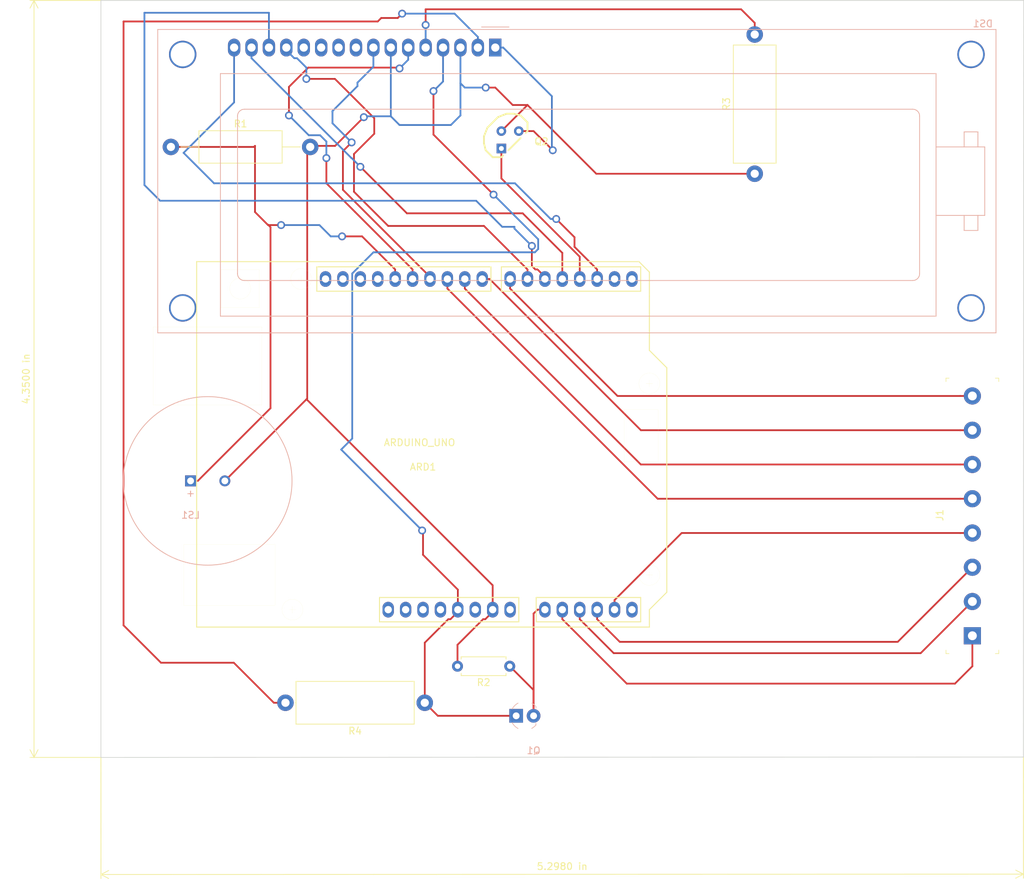
<source format=kicad_pcb>
(kicad_pcb (version 20171130) (host pcbnew "(5.1.5)-3")

  (general
    (thickness 1.6)
    (drawings 6)
    (tracks 222)
    (zones 0)
    (modules 10)
    (nets 40)
  )

  (page A4)
  (layers
    (0 F.Cu signal)
    (31 B.Cu signal)
    (32 B.Adhes user)
    (33 F.Adhes user)
    (34 B.Paste user)
    (35 F.Paste user)
    (36 B.SilkS user)
    (37 F.SilkS user)
    (38 B.Mask user)
    (39 F.Mask user)
    (40 Dwgs.User user)
    (41 Cmts.User user)
    (42 Eco1.User user)
    (43 Eco2.User user)
    (44 Edge.Cuts user)
    (45 Margin user)
    (46 B.CrtYd user)
    (47 F.CrtYd user)
    (48 B.Fab user)
    (49 F.Fab user)
  )

  (setup
    (last_trace_width 0.254)
    (user_trace_width 0.254)
    (user_trace_width 0.508)
    (user_trace_width 0.762)
    (trace_clearance 0.2286)
    (zone_clearance 0.508)
    (zone_45_only no)
    (trace_min 0.254)
    (via_size 1.143)
    (via_drill 0.7112)
    (via_min_size 1.016)
    (via_min_drill 0.508)
    (user_via 1.016 0.508)
    (user_via 1.143 0.7112)
    (uvia_size 0.3)
    (uvia_drill 0.1)
    (uvias_allowed no)
    (uvia_min_size 0.2)
    (uvia_min_drill 0.1)
    (edge_width 0.05)
    (segment_width 0.2)
    (pcb_text_width 0.3)
    (pcb_text_size 1.5 1.5)
    (mod_edge_width 0.12)
    (mod_text_size 1 1)
    (mod_text_width 0.15)
    (pad_size 1.524 1.524)
    (pad_drill 0.762)
    (pad_to_mask_clearance 0.051)
    (solder_mask_min_width 0.25)
    (aux_axis_origin 0 0)
    (visible_elements 7FFFFFFF)
    (pcbplotparams
      (layerselection 0x010fc_ffffffff)
      (usegerberextensions false)
      (usegerberattributes false)
      (usegerberadvancedattributes false)
      (creategerberjobfile false)
      (excludeedgelayer true)
      (linewidth 0.100000)
      (plotframeref false)
      (viasonmask false)
      (mode 1)
      (useauxorigin false)
      (hpglpennumber 1)
      (hpglpenspeed 20)
      (hpglpendiameter 15.000000)
      (psnegative false)
      (psa4output false)
      (plotreference true)
      (plotvalue true)
      (plotinvisibletext false)
      (padsonsilk false)
      (subtractmaskfromsilk false)
      (outputformat 1)
      (mirror false)
      (drillshape 1)
      (scaleselection 1)
      (outputdirectory ""))
  )

  (net 0 "")
  (net 1 /Speaker)
  (net 2 /RS)
  (net 3 /Enable)
  (net 4 /R0)
  (net 5 /R1)
  (net 6 /R2)
  (net 7 /R3)
  (net 8 /DB4)
  (net 9 /DB5)
  (net 10 /DB6)
  (net 11 /NPN)
  (net 12 /DB7)
  (net 13 "Net-(ARD1-Pad1)")
  (net 14 /C2)
  (net 15 /C1)
  (net 16 /C0)
  (net 17 "Net-(ARD1-PadGND3)")
  (net 18 GND)
  (net 19 "Net-(ARD1-PadA5/2)")
  (net 20 "Net-(ARD1-PadA4/2)")
  (net 21 "Net-(ARD1-PadAREF)")
  (net 22 "Net-(ARD1-Pad0)")
  (net 23 "Net-(ARD1-PadA5/1)")
  (net 24 /C3)
  (net 25 /Light)
  (net 26 "Net-(ARD1-PadVIN)")
  (net 27 "Net-(ARD1-PadGND1)")
  (net 28 +5V)
  (net 29 "Net-(ARD1-Pad3V3)")
  (net 30 "Net-(ARD1-PadRST)")
  (net 31 "Net-(ARD1-PadIREF)")
  (net 32 "Net-(ARD1-PadNC)")
  (net 33 "Net-(DS1-Pad12)")
  (net 34 "Net-(DS1-Pad11)")
  (net 35 "Net-(DS1-Pad10)")
  (net 36 "Net-(DS1-Pad9)")
  (net 37 "Net-(DS1-Pad5)")
  (net 38 "Net-(DS1-Pad2)")
  (net 39 "Net-(DS1-Pad1)")

  (net_class Default "This is the default net class."
    (clearance 0.2286)
    (trace_width 0.254)
    (via_dia 1.143)
    (via_drill 0.7112)
    (uvia_dia 0.3)
    (uvia_drill 0.1)
    (diff_pair_width 0.254)
    (diff_pair_gap 0.25)
    (add_net +5V)
    (add_net /C0)
    (add_net /C1)
    (add_net /C2)
    (add_net /C3)
    (add_net /DB4)
    (add_net /DB5)
    (add_net /DB6)
    (add_net /DB7)
    (add_net /Enable)
    (add_net /Light)
    (add_net /NPN)
    (add_net /R0)
    (add_net /R1)
    (add_net /R2)
    (add_net /R3)
    (add_net /RS)
    (add_net /Speaker)
    (add_net GND)
    (add_net "Net-(ARD1-Pad0)")
    (add_net "Net-(ARD1-Pad1)")
    (add_net "Net-(ARD1-Pad3V3)")
    (add_net "Net-(ARD1-PadA4/2)")
    (add_net "Net-(ARD1-PadA5/1)")
    (add_net "Net-(ARD1-PadA5/2)")
    (add_net "Net-(ARD1-PadAREF)")
    (add_net "Net-(ARD1-PadGND1)")
    (add_net "Net-(ARD1-PadGND3)")
    (add_net "Net-(ARD1-PadIREF)")
    (add_net "Net-(ARD1-PadNC)")
    (add_net "Net-(ARD1-PadRST)")
    (add_net "Net-(ARD1-PadVIN)")
    (add_net "Net-(DS1-Pad1)")
    (add_net "Net-(DS1-Pad10)")
    (add_net "Net-(DS1-Pad11)")
    (add_net "Net-(DS1-Pad12)")
    (add_net "Net-(DS1-Pad2)")
    (add_net "Net-(DS1-Pad5)")
    (add_net "Net-(DS1-Pad9)")
  )

  (module Resistor_THT:R_Axial_DIN0414_L11.9mm_D4.5mm_P20.32mm_Horizontal (layer F.Cu) (tedit 5AE5139B) (tstamp 5F19AF53)
    (at 68.7832 59.8932)
    (descr "Resistor, Axial_DIN0414 series, Axial, Horizontal, pin pitch=20.32mm, 2W, length*diameter=11.9*4.5mm^2, http://www.vishay.com/docs/20128/wkxwrx.pdf")
    (tags "Resistor Axial_DIN0414 series Axial Horizontal pin pitch 20.32mm 2W length 11.9mm diameter 4.5mm")
    (path /5F0C084D)
    (fp_text reference R1 (at 10.16 -3.37) (layer F.SilkS)
      (effects (font (size 1 1) (thickness 0.15)))
    )
    (fp_text value "500 ohm" (at 10.16 3.37) (layer F.Fab)
      (effects (font (size 1 1) (thickness 0.15)))
    )
    (fp_text user %R (at 10.16 0) (layer F.Fab)
      (effects (font (size 1 1) (thickness 0.15)))
    )
    (fp_line (start 21.77 -2.5) (end -1.45 -2.5) (layer F.CrtYd) (width 0.05))
    (fp_line (start 21.77 2.5) (end 21.77 -2.5) (layer F.CrtYd) (width 0.05))
    (fp_line (start -1.45 2.5) (end 21.77 2.5) (layer F.CrtYd) (width 0.05))
    (fp_line (start -1.45 -2.5) (end -1.45 2.5) (layer F.CrtYd) (width 0.05))
    (fp_line (start 18.88 0) (end 16.23 0) (layer F.SilkS) (width 0.12))
    (fp_line (start 1.44 0) (end 4.09 0) (layer F.SilkS) (width 0.12))
    (fp_line (start 16.23 -2.37) (end 4.09 -2.37) (layer F.SilkS) (width 0.12))
    (fp_line (start 16.23 2.37) (end 16.23 -2.37) (layer F.SilkS) (width 0.12))
    (fp_line (start 4.09 2.37) (end 16.23 2.37) (layer F.SilkS) (width 0.12))
    (fp_line (start 4.09 -2.37) (end 4.09 2.37) (layer F.SilkS) (width 0.12))
    (fp_line (start 20.32 0) (end 16.11 0) (layer F.Fab) (width 0.1))
    (fp_line (start 0 0) (end 4.21 0) (layer F.Fab) (width 0.1))
    (fp_line (start 16.11 -2.25) (end 4.21 -2.25) (layer F.Fab) (width 0.1))
    (fp_line (start 16.11 2.25) (end 16.11 -2.25) (layer F.Fab) (width 0.1))
    (fp_line (start 4.21 2.25) (end 16.11 2.25) (layer F.Fab) (width 0.1))
    (fp_line (start 4.21 -2.25) (end 4.21 2.25) (layer F.Fab) (width 0.1))
    (pad 2 thru_hole oval (at 20.32 0) (size 2.4 2.4) (drill 1.2) (layers *.Cu *.Mask)
      (net 18 GND))
    (pad 1 thru_hole circle (at 0 0) (size 2.4 2.4) (drill 1.2) (layers *.Cu *.Mask)
      (net 1 /Speaker))
    (model ${KISYS3DMOD}/Resistor_THT.3dshapes/R_Axial_DIN0414_L11.9mm_D4.5mm_P20.32mm_Horizontal.wrl
      (at (xyz 0 0 0))
      (scale (xyz 1 1 1))
      (rotate (xyz 0 0 0))
    )
  )

  (module Display:HY1602E (layer B.Cu) (tedit 5A02FE80) (tstamp 5F19AEF6)
    (at 116.1034 45.3898 180)
    (descr http://www.icbank.com/data/ICBShop/board/HY1602E.pdf)
    (tags "LCD 16x2 Alphanumeric 16pin")
    (path /5F074FBE)
    (fp_text reference DS1 (at -71.12 3.48) (layer B.SilkS)
      (effects (font (size 1 1) (thickness 0.15)) (justify mirror))
    )
    (fp_text value HY1602E (at -69.94 -42.6) (layer B.Fab)
      (effects (font (size 1 1) (thickness 0.15)) (justify mirror))
    )
    (fp_line (start 49.1 -41.5) (end 49.1 2.5) (layer B.Fab) (width 0.1))
    (fp_line (start -72.9 -41.5) (end 49.1 -41.5) (layer B.Fab) (width 0.1))
    (fp_line (start -72.9 2.5) (end -72.9 -41.5) (layer B.Fab) (width 0.1))
    (fp_line (start 49.1 2.5) (end 1 2.5) (layer B.Fab) (width 0.1))
    (fp_line (start 40.1 -3.8) (end 40.1 -39.2) (layer B.SilkS) (width 0.12))
    (fp_line (start -64.3 -3.8) (end 40.1 -3.8) (layer B.SilkS) (width 0.12))
    (fp_line (start -64.3 -39.2) (end -64.3 -3.8) (layer B.SilkS) (width 0.12))
    (fp_line (start 40.1 -39.2) (end -64.3 -39.2) (layer B.SilkS) (width 0.12))
    (fp_arc (start -60.9 -33) (end -60.9 -34) (angle -90) (layer B.SilkS) (width 0.12))
    (fp_arc (start -60.9 -10) (end -61.9 -10) (angle -90) (layer B.SilkS) (width 0.12))
    (fp_arc (start 36.6 -10) (end 36.6 -9) (angle -90) (layer B.SilkS) (width 0.12))
    (fp_arc (start 36.6 -33) (end 37.6 -33) (angle -90) (layer B.SilkS) (width 0.12))
    (fp_line (start -61.9 -33) (end -61.9 -10) (layer B.SilkS) (width 0.12))
    (fp_line (start -60.9 -9) (end 36.6 -9) (layer B.SilkS) (width 0.12))
    (fp_line (start 37.6 -10) (end 37.6 -33) (layer B.SilkS) (width 0.12))
    (fp_line (start 36.6 -34) (end -60.9 -34) (layer B.SilkS) (width 0.12))
    (fp_line (start -71.4 -14.5) (end -64.3 -14.5) (layer B.SilkS) (width 0.12))
    (fp_line (start -71.4 -24.5) (end -71.4 -14.5) (layer B.SilkS) (width 0.12))
    (fp_line (start -64.3 -24.5) (end -71.4 -24.5) (layer B.SilkS) (width 0.12))
    (fp_line (start -70.4 -12.3) (end -70.4 -14.5) (layer B.SilkS) (width 0.12))
    (fp_line (start -68.4 -12.3) (end -70.4 -12.3) (layer B.SilkS) (width 0.12))
    (fp_line (start -68.4 -14.5) (end -68.4 -12.3) (layer B.SilkS) (width 0.12))
    (fp_line (start -70.4 -26.7) (end -70.4 -24.5) (layer B.SilkS) (width 0.12))
    (fp_line (start -68.4 -26.7) (end -70.4 -26.7) (layer B.SilkS) (width 0.12))
    (fp_line (start -68.4 -24.5) (end -68.4 -26.7) (layer B.SilkS) (width 0.12))
    (fp_text user %R (at -14.01 -19.96) (layer B.Fab)
      (effects (font (size 1 1) (thickness 0.15)) (justify mirror))
    )
    (fp_line (start -73.15 2.75) (end 49.35 2.75) (layer B.CrtYd) (width 0.05))
    (fp_line (start -73.15 2.75) (end -73.15 -41.75) (layer B.CrtYd) (width 0.05))
    (fp_line (start 49.35 2.75) (end 49.35 -41.75) (layer B.CrtYd) (width 0.05))
    (fp_line (start -73.15 -41.75) (end 49.35 -41.75) (layer B.CrtYd) (width 0.05))
    (fp_line (start -1 2.5) (end -72.9 2.5) (layer B.Fab) (width 0.1))
    (fp_line (start 0 1.5) (end -1 2.5) (layer B.Fab) (width 0.1))
    (fp_line (start 1 2.5) (end 0 1.5) (layer B.Fab) (width 0.1))
    (fp_line (start -2 3) (end 2 3) (layer B.SilkS) (width 0.12))
    (fp_line (start -73.04 2.64) (end 49.24 2.64) (layer B.SilkS) (width 0.12))
    (fp_line (start -73.04 2.64) (end -73.04 -41.64) (layer B.SilkS) (width 0.12))
    (fp_line (start 49.24 2.64) (end 49.24 -41.64) (layer B.SilkS) (width 0.12))
    (fp_line (start 49.24 -41.64) (end -73.04 -41.64) (layer B.SilkS) (width 0.12))
    (pad "" thru_hole circle (at -69.40042 -1.00076) (size 4 4) (drill 3.5) (layers *.Cu *.Mask))
    (pad "" thru_hole circle (at -69.40042 -38.00094) (size 4 4) (drill 3.5) (layers *.Cu *.Mask))
    (pad "" thru_hole circle (at 45.60062 -1.00076) (size 4 4) (drill 3.5) (layers *.Cu *.Mask))
    (pad "" thru_hole circle (at 45.60062 -38.00094) (size 4 4) (drill 3.5) (layers *.Cu *.Mask))
    (pad 16 thru_hole oval (at 38.1 0) (size 1.8 2.6) (drill 1.2) (layers *.Cu *.Mask)
      (net 12 /DB7))
    (pad 15 thru_hole oval (at 35.56 0) (size 1.8 2.6) (drill 1.2) (layers *.Cu *.Mask)
      (net 10 /DB6))
    (pad 14 thru_hole oval (at 33.02 0) (size 1.8 2.6) (drill 1.2) (layers *.Cu *.Mask)
      (net 9 /DB5))
    (pad 13 thru_hole oval (at 30.48 0) (size 1.8 2.6) (drill 1.2) (layers *.Cu *.Mask)
      (net 8 /DB4))
    (pad 12 thru_hole oval (at 27.94 0) (size 1.8 2.6) (drill 1.2) (layers *.Cu *.Mask)
      (net 33 "Net-(DS1-Pad12)"))
    (pad 11 thru_hole oval (at 25.4 0) (size 1.8 2.6) (drill 1.2) (layers *.Cu *.Mask)
      (net 34 "Net-(DS1-Pad11)"))
    (pad 10 thru_hole oval (at 22.86 0) (size 1.8 2.6) (drill 1.2) (layers *.Cu *.Mask)
      (net 35 "Net-(DS1-Pad10)"))
    (pad 9 thru_hole oval (at 20.32 0) (size 1.8 2.6) (drill 1.2) (layers *.Cu *.Mask)
      (net 36 "Net-(DS1-Pad9)"))
    (pad 8 thru_hole oval (at 17.78 0) (size 1.8 2.6) (drill 1.2) (layers *.Cu *.Mask)
      (net 3 /Enable))
    (pad 7 thru_hole oval (at 15.24 0) (size 1.8 2.6) (drill 1.2) (layers *.Cu *.Mask)
      (net 18 GND))
    (pad 6 thru_hole oval (at 12.7 0) (size 1.8 2.6) (drill 1.2) (layers *.Cu *.Mask)
      (net 2 /RS))
    (pad 5 thru_hole oval (at 10.16 0) (size 1.8 2.6) (drill 1.2) (layers *.Cu *.Mask)
      (net 37 "Net-(DS1-Pad5)"))
    (pad 4 thru_hole oval (at 7.62 0) (size 1.8 2.6) (drill 1.2) (layers *.Cu *.Mask)
      (net 28 +5V))
    (pad 3 thru_hole oval (at 5.08 0) (size 1.8 2.6) (drill 1.2) (layers *.Cu *.Mask)
      (net 18 GND))
    (pad 2 thru_hole oval (at 2.54 0) (size 1.8 2.6) (drill 1.2) (layers *.Cu *.Mask)
      (net 38 "Net-(DS1-Pad2)"))
    (pad 1 thru_hole rect (at 0 0) (size 1.8 2.6) (drill 1.2) (layers *.Cu *.Mask)
      (net 39 "Net-(DS1-Pad1)"))
    (model ${KISYS3DMOD}/Display.3dshapes/HY1602E.wrl
      (at (xyz 0 0 0))
      (scale (xyz 1 1 1))
      (rotate (xyz 0 0 0))
    )
  )

  (module Resistor_THT:R_Axial_DIN0617_L17.0mm_D6.0mm_P20.32mm_Horizontal (layer F.Cu) (tedit 5AE5139B) (tstamp 5F19BB39)
    (at 105.8164 141.0208 180)
    (descr "Resistor, Axial_DIN0617 series, Axial, Horizontal, pin pitch=20.32mm, 2W, length*diameter=17*6mm^2, http://www.vishay.com/docs/20128/wkxwrx.pdf")
    (tags "Resistor Axial_DIN0617 series Axial Horizontal pin pitch 20.32mm 2W length 17mm diameter 6mm")
    (path /5F072C8D)
    (fp_text reference R4 (at 10.16 -4.12) (layer F.SilkS)
      (effects (font (size 1 1) (thickness 0.15)))
    )
    (fp_text value "220 ohm" (at 10.16 4.12) (layer F.Fab)
      (effects (font (size 1 1) (thickness 0.15)))
    )
    (fp_text user %R (at 10.16 0) (layer F.Fab)
      (effects (font (size 1 1) (thickness 0.15)))
    )
    (fp_line (start 21.77 -3.25) (end -1.45 -3.25) (layer F.CrtYd) (width 0.05))
    (fp_line (start 21.77 3.25) (end 21.77 -3.25) (layer F.CrtYd) (width 0.05))
    (fp_line (start -1.45 3.25) (end 21.77 3.25) (layer F.CrtYd) (width 0.05))
    (fp_line (start -1.45 -3.25) (end -1.45 3.25) (layer F.CrtYd) (width 0.05))
    (fp_line (start 18.88 0) (end 18.78 0) (layer F.SilkS) (width 0.12))
    (fp_line (start 1.44 0) (end 1.54 0) (layer F.SilkS) (width 0.12))
    (fp_line (start 18.78 -3.12) (end 1.54 -3.12) (layer F.SilkS) (width 0.12))
    (fp_line (start 18.78 3.12) (end 18.78 -3.12) (layer F.SilkS) (width 0.12))
    (fp_line (start 1.54 3.12) (end 18.78 3.12) (layer F.SilkS) (width 0.12))
    (fp_line (start 1.54 -3.12) (end 1.54 3.12) (layer F.SilkS) (width 0.12))
    (fp_line (start 20.32 0) (end 18.66 0) (layer F.Fab) (width 0.1))
    (fp_line (start 0 0) (end 1.66 0) (layer F.Fab) (width 0.1))
    (fp_line (start 18.66 -3) (end 1.66 -3) (layer F.Fab) (width 0.1))
    (fp_line (start 18.66 3) (end 18.66 -3) (layer F.Fab) (width 0.1))
    (fp_line (start 1.66 3) (end 18.66 3) (layer F.Fab) (width 0.1))
    (fp_line (start 1.66 -3) (end 1.66 3) (layer F.Fab) (width 0.1))
    (pad 2 thru_hole oval (at 20.32 0 180) (size 2.4 2.4) (drill 1.2) (layers *.Cu *.Mask)
      (net 38 "Net-(DS1-Pad2)"))
    (pad 1 thru_hole circle (at 0 0 180) (size 2.4 2.4) (drill 1.2) (layers *.Cu *.Mask)
      (net 28 +5V))
    (model ${KISYS3DMOD}/Resistor_THT.3dshapes/R_Axial_DIN0617_L17.0mm_D6.0mm_P20.32mm_Horizontal.wrl
      (at (xyz 0 0 0))
      (scale (xyz 1 1 1))
      (rotate (xyz 0 0 0))
    )
  )

  (module Resistor_THT:R_Axial_DIN0617_L17.0mm_D6.0mm_P20.32mm_Horizontal (layer F.Cu) (tedit 5AE5139B) (tstamp 5F19AF81)
    (at 153.9494 63.8048 90)
    (descr "Resistor, Axial_DIN0617 series, Axial, Horizontal, pin pitch=20.32mm, 2W, length*diameter=17*6mm^2, http://www.vishay.com/docs/20128/wkxwrx.pdf")
    (tags "Resistor Axial_DIN0617 series Axial Horizontal pin pitch 20.32mm 2W length 17mm diameter 6mm")
    (path /5F0726B9)
    (fp_text reference R3 (at 10.16 -4.12 90) (layer F.SilkS)
      (effects (font (size 1 1) (thickness 0.15)))
    )
    (fp_text value "220 ohm" (at 10.16 4.12 90) (layer F.Fab)
      (effects (font (size 1 1) (thickness 0.15)))
    )
    (fp_text user %R (at 10.16 0 90) (layer F.Fab)
      (effects (font (size 1 1) (thickness 0.15)))
    )
    (fp_line (start 21.77 -3.25) (end -1.45 -3.25) (layer F.CrtYd) (width 0.05))
    (fp_line (start 21.77 3.25) (end 21.77 -3.25) (layer F.CrtYd) (width 0.05))
    (fp_line (start -1.45 3.25) (end 21.77 3.25) (layer F.CrtYd) (width 0.05))
    (fp_line (start -1.45 -3.25) (end -1.45 3.25) (layer F.CrtYd) (width 0.05))
    (fp_line (start 18.88 0) (end 18.78 0) (layer F.SilkS) (width 0.12))
    (fp_line (start 1.44 0) (end 1.54 0) (layer F.SilkS) (width 0.12))
    (fp_line (start 18.78 -3.12) (end 1.54 -3.12) (layer F.SilkS) (width 0.12))
    (fp_line (start 18.78 3.12) (end 18.78 -3.12) (layer F.SilkS) (width 0.12))
    (fp_line (start 1.54 3.12) (end 18.78 3.12) (layer F.SilkS) (width 0.12))
    (fp_line (start 1.54 -3.12) (end 1.54 3.12) (layer F.SilkS) (width 0.12))
    (fp_line (start 20.32 0) (end 18.66 0) (layer F.Fab) (width 0.1))
    (fp_line (start 0 0) (end 1.66 0) (layer F.Fab) (width 0.1))
    (fp_line (start 18.66 -3) (end 1.66 -3) (layer F.Fab) (width 0.1))
    (fp_line (start 18.66 3) (end 18.66 -3) (layer F.Fab) (width 0.1))
    (fp_line (start 1.66 3) (end 18.66 3) (layer F.Fab) (width 0.1))
    (fp_line (start 1.66 -3) (end 1.66 3) (layer F.Fab) (width 0.1))
    (pad 2 thru_hole oval (at 20.32 0 90) (size 2.4 2.4) (drill 1.2) (layers *.Cu *.Mask)
      (net 37 "Net-(DS1-Pad5)"))
    (pad 1 thru_hole circle (at 0 0 90) (size 2.4 2.4) (drill 1.2) (layers *.Cu *.Mask)
      (net 18 GND))
    (model ${KISYS3DMOD}/Resistor_THT.3dshapes/R_Axial_DIN0617_L17.0mm_D6.0mm_P20.32mm_Horizontal.wrl
      (at (xyz 0 0 0))
      (scale (xyz 1 1 1))
      (rotate (xyz 0 0 0))
    )
  )

  (module Resistor_THT:R_Axial_DIN0207_L6.3mm_D2.5mm_P7.62mm_Horizontal (layer F.Cu) (tedit 5AE5139B) (tstamp 5F19AF6A)
    (at 118.2116 135.6868 180)
    (descr "Resistor, Axial_DIN0207 series, Axial, Horizontal, pin pitch=7.62mm, 0.25W = 1/4W, length*diameter=6.3*2.5mm^2, http://cdn-reichelt.de/documents/datenblatt/B400/1_4W%23YAG.pdf")
    (tags "Resistor Axial_DIN0207 series Axial Horizontal pin pitch 7.62mm 0.25W = 1/4W length 6.3mm diameter 2.5mm")
    (path /5F0839CD)
    (fp_text reference R2 (at 3.81 -2.37) (layer F.SilkS)
      (effects (font (size 1 1) (thickness 0.15)))
    )
    (fp_text value "2000 ohm" (at 3.81 2.37) (layer F.Fab)
      (effects (font (size 1 1) (thickness 0.15)))
    )
    (fp_line (start 8.67 -1.5) (end -1.05 -1.5) (layer F.CrtYd) (width 0.05))
    (fp_line (start 8.67 1.5) (end 8.67 -1.5) (layer F.CrtYd) (width 0.05))
    (fp_line (start -1.05 1.5) (end 8.67 1.5) (layer F.CrtYd) (width 0.05))
    (fp_line (start -1.05 -1.5) (end -1.05 1.5) (layer F.CrtYd) (width 0.05))
    (fp_line (start 7.08 1.37) (end 7.08 1.04) (layer F.SilkS) (width 0.12))
    (fp_line (start 0.54 1.37) (end 7.08 1.37) (layer F.SilkS) (width 0.12))
    (fp_line (start 0.54 1.04) (end 0.54 1.37) (layer F.SilkS) (width 0.12))
    (fp_line (start 7.08 -1.37) (end 7.08 -1.04) (layer F.SilkS) (width 0.12))
    (fp_line (start 0.54 -1.37) (end 7.08 -1.37) (layer F.SilkS) (width 0.12))
    (fp_line (start 0.54 -1.04) (end 0.54 -1.37) (layer F.SilkS) (width 0.12))
    (fp_line (start 7.62 0) (end 6.96 0) (layer F.Fab) (width 0.1))
    (fp_line (start 0 0) (end 0.66 0) (layer F.Fab) (width 0.1))
    (fp_line (start 6.96 -1.25) (end 0.66 -1.25) (layer F.Fab) (width 0.1))
    (fp_line (start 6.96 1.25) (end 6.96 -1.25) (layer F.Fab) (width 0.1))
    (fp_line (start 0.66 1.25) (end 6.96 1.25) (layer F.Fab) (width 0.1))
    (fp_line (start 0.66 -1.25) (end 0.66 1.25) (layer F.Fab) (width 0.1))
    (pad 2 thru_hole oval (at 7.62 0 180) (size 1.6 1.6) (drill 0.8) (layers *.Cu *.Mask)
      (net 18 GND))
    (pad 1 thru_hole circle (at 0 0 180) (size 1.6 1.6) (drill 0.8) (layers *.Cu *.Mask)
      (net 25 /Light))
    (model ${KISYS3DMOD}/Resistor_THT.3dshapes/R_Axial_DIN0207_L6.3mm_D2.5mm_P7.62mm_Horizontal.wrl
      (at (xyz 0 0 0))
      (scale (xyz 1 1 1))
      (rotate (xyz 0 0 0))
    )
  )

  (module ECE:TO92 (layer F.Cu) (tedit 5AEB4F23) (tstamp 5F19AF44)
    (at 118.2624 58.8518)
    (descr "Transistor TO92")
    (tags "TR TO92")
    (path /5F07008B)
    (fp_text reference Q2 (at 4.572 0.254) (layer F.SilkS)
      (effects (font (size 1.016 1.016) (thickness 0.1524)))
    )
    (fp_text value Q_NPN_BCE (at 2.413 2.032) (layer F.Fab)
      (effects (font (size 1.016 1.016) (thickness 0.1524)))
    )
    (fp_line (start -1.016 2.286) (end -1.27 2.54) (layer F.SilkS) (width 0.25))
    (fp_line (start 1.524 -0.254) (end -0.254 1.524) (layer F.SilkS) (width 0.25))
    (fp_line (start 2.54 -1.27) (end 2.286 -1.016) (layer F.SilkS) (width 0.25))
    (fp_line (start -2.54 2.54) (end -1.27 2.54) (layer F.SilkS) (width 0.254))
    (fp_line (start 2.54 -1.27) (end 2.54 -2.54) (layer F.SilkS) (width 0.254))
    (fp_line (start -3.81 -0.508) (end -3.302 -1.778) (layer F.SilkS) (width 0.254))
    (fp_line (start -1.778 -3.302) (end -0.508 -3.81) (layer F.SilkS) (width 0.254))
    (fp_line (start -1.778 -3.302) (end -3.302 -1.778) (layer F.SilkS) (width 0.254))
    (fp_line (start 0.508 -3.81) (end 1.524 -3.556) (layer F.SilkS) (width 0.254))
    (fp_line (start -0.508 -3.81) (end 0.508 -3.81) (layer F.SilkS) (width 0.254))
    (fp_line (start -3.81 0.508) (end -3.556 1.524) (layer F.SilkS) (width 0.254))
    (fp_line (start -3.81 -0.508) (end -3.81 0.508) (layer F.SilkS) (width 0.254))
    (fp_line (start 1.524 -3.556) (end 2.54 -2.54) (layer F.SilkS) (width 0.254))
    (fp_line (start -3.556 1.524) (end -2.54 2.54) (layer F.SilkS) (width 0.254))
    (pad 3 thru_hole circle (at 1.27 -1.27) (size 1.397 1.397) (drill 0.7112) (layers *.Cu *.Mask)
      (net 39 "Net-(DS1-Pad1)"))
    (pad 2 thru_hole circle (at -1.27 -1.27) (size 1.397 1.397) (drill 0.7112) (layers *.Cu *.Mask)
      (net 18 GND))
    (pad 1 thru_hole rect (at -1.27 1.27) (size 1.397 1.397) (drill 0.7112) (layers *.Cu *.Mask)
      (net 11 /NPN))
    (model discret/to98.wrl
      (at (xyz 0 0 0))
      (scale (xyz 1 1 1))
      (rotate (xyz 0 0 0))
    )
  )

  (module digikey-footprints:LED_3mm_Radial (layer B.Cu) (tedit 5B1990B7) (tstamp 5F19BAAA)
    (at 121.6914 142.9258)
    (descr http://optoelectronics.liteon.com/upload/download/DS20-2000-343/1CHKxKNN.pdf)
    (path /5F1C192D)
    (fp_text reference Q1 (at 0 5.08) (layer B.SilkS)
      (effects (font (size 1 1) (thickness 0.15)) (justify mirror))
    )
    (fp_text value PT480E00000F (at 0 -5.08) (layer B.Fab)
      (effects (font (size 1 1) (thickness 0.15)) (justify mirror))
    )
    (fp_text user %R (at -1.27 0) (layer B.Fab)
      (effects (font (size 0.75 0.75) (thickness 0.1)) (justify mirror))
    )
    (fp_arc (start -1.27 0) (end 0.23 1.3) (angle 278.1712365) (layer B.Fab) (width 0.1))
    (fp_line (start 0.23 1.3) (end 0.23 -1.3) (layer B.Fab) (width 0.1))
    (fp_arc (start -1.27 0) (end 0.33 1.35) (angle 21.45098095) (layer B.SilkS) (width 0.1))
    (fp_arc (start -1.27 0) (end -0.27 -1.85) (angle 21.45098095) (layer B.SilkS) (width 0.1))
    (fp_arc (start -1.27 0) (end -2.27 1.85) (angle 33.21396116) (layer B.SilkS) (width 0.1))
    (fp_arc (start -1.27 0) (end -3.12 -1) (angle 33.21396116) (layer B.SilkS) (width 0.1))
    (fp_line (start 0.33 -1.35) (end 0.33 -1.1) (layer B.SilkS) (width 0.1))
    (fp_line (start 0.33 1.35) (end 0.33 1.1) (layer B.SilkS) (width 0.1))
    (fp_circle (center -1.27 0) (end 1.38 0) (layer B.CrtYd) (width 0.05))
    (pad 1 thru_hole rect (at -2.54 0) (size 2 2) (drill 1) (layers *.Cu *.Mask)
      (net 28 +5V))
    (pad 2 thru_hole circle (at 0 0) (size 2 2) (drill 1) (layers *.Cu *.Mask)
      (net 25 /Light))
  )

  (module ECE:Piezo_Buzzer_5mmPins_WL (layer B.Cu) (tedit 5F023518) (tstamp 5F19AF1F)
    (at 71.6534 108.6358)
    (descr "Buzzer, Elektromagnetic Beeper, Summer, 6V-DC,")
    (tags "Pro Signal ABI-009-RC ")
    (path /5F0BE1D6)
    (fp_text reference LS1 (at 0 5) (layer B.SilkS)
      (effects (font (size 1 1) (thickness 0.15)) (justify mirror))
    )
    (fp_text value Speaker (at 3.8 -5) (layer B.Fab)
      (effects (font (size 1 1) (thickness 0.15)) (justify mirror))
    )
    (fp_text user %R (at 0 5) (layer B.Fab)
      (effects (font (size 1 1) (thickness 0.15)) (justify mirror))
    )
    (fp_text user + (at 0 1.8) (layer B.Fab)
      (effects (font (size 1 1) (thickness 0.15)) (justify mirror))
    )
    (fp_text user + (at 0 1.8) (layer B.SilkS)
      (effects (font (size 1 1) (thickness 0.15)) (justify mirror))
    )
    (fp_circle (center 2.5 0) (end 14.8 0) (layer B.SilkS) (width 0.12))
    (fp_circle (center 2.5 0) (end 14.7 0) (layer B.Fab) (width 0.1))
    (fp_circle (center 2.5 0) (end 14.9 0) (layer B.CrtYd) (width 0.05))
    (pad 2 thru_hole circle (at 5 0) (size 1.6 1.6) (drill 1) (layers *.Cu *.Mask)
      (net 18 GND))
    (pad 1 thru_hole rect (at 0 0) (size 1.6 1.6) (drill 1) (layers *.Cu *.Mask)
      (net 1 /Speaker))
    (model ${KISYS3DMOD}/Buzzer_Beeper.3dshapes/MagneticBuzzer_ProSignal_ABI-009-RC.wrl
      (at (xyz 0 0 0))
      (scale (xyz 1 1 1))
      (rotate (xyz 0 0 0))
    )
  )

  (module digikey-footprints:Term_Block_1x8_P5mm (layer F.Cu) (tedit 5D419A2F) (tstamp 5F19AF13)
    (at 185.6994 131.2418 90)
    (descr http://www.on-shore.com/wp-content/uploads/2015/09/osttcxx0162.pdf)
    (path /5F1A3655)
    (fp_text reference J1 (at 17.6 -4.75 270) (layer F.SilkS)
      (effects (font (size 1 1) (thickness 0.15)))
    )
    (fp_text value OSTTC080162 (at 18.55 5.15 270) (layer F.Fab)
      (effects (font (size 1 1) (thickness 0.15)))
    )
    (fp_line (start -2.5 -3.75) (end -2.5 3.75) (layer F.Fab) (width 0.1))
    (fp_line (start -2.75 -4) (end -2.75 4) (layer F.CrtYd) (width 0.05))
    (fp_line (start 37.5 -3.75) (end -2.5 -3.75) (layer F.Fab) (width 0.1))
    (fp_line (start 37.5 3.75) (end -2.5 3.75) (layer F.Fab) (width 0.1))
    (fp_line (start 37.5 -3.75) (end 37.5 3.75) (layer F.Fab) (width 0.1))
    (fp_line (start -2.75 4) (end 37.75 4) (layer F.CrtYd) (width 0.05))
    (fp_line (start 37.75 -4) (end 37.75 4) (layer F.CrtYd) (width 0.05))
    (fp_line (start -2.75 -4) (end 37.75 -4) (layer F.CrtYd) (width 0.05))
    (fp_line (start 37.6 -3.85) (end 37.1 -3.85) (layer F.SilkS) (width 0.1))
    (fp_line (start 37.6 -3.85) (end 37.6 -3.4) (layer F.SilkS) (width 0.1))
    (fp_line (start -2.6 -3.85) (end -2.6 -3.4) (layer F.SilkS) (width 0.1))
    (fp_line (start -2.6 -3.85) (end -2.1 -3.85) (layer F.SilkS) (width 0.1))
    (fp_line (start -2.6 3.85) (end -2.1 3.85) (layer F.SilkS) (width 0.1))
    (fp_line (start -2.6 3.85) (end -2.6 3.35) (layer F.SilkS) (width 0.1))
    (fp_line (start 37.6 3.85) (end 37.6 3.35) (layer F.SilkS) (width 0.1))
    (fp_line (start 37.6 3.85) (end 37.1 3.85) (layer F.SilkS) (width 0.1))
    (fp_text user %R (at 17.55 0.05 270) (layer F.Fab)
      (effects (font (size 1 1) (thickness 0.15)))
    )
    (pad 8 thru_hole circle (at 35 0 90) (size 2.5 2.5) (drill 1.3) (layers *.Cu *.Mask)
      (net 24 /C3))
    (pad 7 thru_hole circle (at 30 0 90) (size 2.5 2.5) (drill 1.3) (layers *.Cu *.Mask)
      (net 14 /C2))
    (pad 6 thru_hole circle (at 25 0 90) (size 2.5 2.5) (drill 1.3) (layers *.Cu *.Mask)
      (net 15 /C1))
    (pad 5 thru_hole circle (at 20 0 90) (size 2.5 2.5) (drill 1.3) (layers *.Cu *.Mask)
      (net 16 /C0))
    (pad 4 thru_hole circle (at 15 0 90) (size 2.5 2.5) (drill 1.3) (layers *.Cu *.Mask)
      (net 7 /R3))
    (pad 3 thru_hole circle (at 10 0 90) (size 2.5 2.5) (drill 1.3) (layers *.Cu *.Mask)
      (net 6 /R2))
    (pad 2 thru_hole circle (at 5 0 90) (size 2.5 2.5) (drill 1.3) (layers *.Cu *.Mask)
      (net 5 /R1))
    (pad 1 thru_hole rect (at 0 0 90) (size 2.5 2.5) (drill 1.3) (layers *.Cu *.Mask)
      (net 4 /R0))
  )

  (module ECE:ARD_UNO (layer F.Cu) (tedit 5D018F59) (tstamp 5F19C0F6)
    (at 105.5624 104.5718)
    (path /5F06BEAA)
    (fp_text reference ARD1 (at 0 2.032) (layer F.SilkS)
      (effects (font (size 1 1) (thickness 0.15)))
    )
    (fp_text value ARDUINO_UNO (at -0.508 -1.524) (layer F.SilkS)
      (effects (font (size 1 1) (thickness 0.15)))
    )
    (fp_line (start 9.906 -27.178) (end 9.906 -23.622) (layer F.SilkS) (width 0.15))
    (fp_line (start 9.906 -23.622) (end -15.494 -23.622) (layer F.SilkS) (width 0.15))
    (fp_line (start -15.494 -23.622) (end -15.494 -27.178) (layer F.SilkS) (width 0.15))
    (fp_line (start -15.494 -27.178) (end 9.906 -27.178) (layer F.SilkS) (width 0.15))
    (fp_line (start 31.75 -27.178) (end 11.43 -27.178) (layer F.SilkS) (width 0.15))
    (fp_line (start 11.43 -27.178) (end 11.43 -23.622) (layer F.SilkS) (width 0.15))
    (fp_line (start 11.43 -23.622) (end 31.75 -23.622) (layer F.SilkS) (width 0.15))
    (fp_line (start 31.75 -23.622) (end 31.75 -27.178) (layer F.SilkS) (width 0.15))
    (fp_line (start 13.97 21.082) (end 13.97 24.638) (layer F.SilkS) (width 0.15))
    (fp_line (start 13.97 24.638) (end -6.35 24.638) (layer F.SilkS) (width 0.15))
    (fp_line (start -6.35 24.638) (end -6.35 21.082) (layer F.SilkS) (width 0.15))
    (fp_line (start -6.35 21.082) (end 13.97 21.082) (layer F.SilkS) (width 0.15))
    (fp_line (start 16.51 21.082) (end 16.51 24.638) (layer F.SilkS) (width 0.15))
    (fp_line (start 16.51 24.638) (end 31.75 24.638) (layer F.SilkS) (width 0.15))
    (fp_line (start 31.75 24.638) (end 31.75 21.082) (layer F.SilkS) (width 0.15))
    (fp_line (start 31.75 21.082) (end 16.51 21.082) (layer F.SilkS) (width 0.15))
    (fp_line (start -29.464 -26.797) (end -23.876 -26.797) (layer F.SilkS) (width 0.01))
    (fp_line (start -23.876 -26.797) (end -23.876 -21.209) (layer F.SilkS) (width 0.01))
    (fp_line (start -23.876 -21.209) (end -29.464 -21.209) (layer F.SilkS) (width 0.01))
    (fp_line (start -29.464 -21.209) (end -29.464 -26.797) (layer F.SilkS) (width 0.01))
    (fp_circle (center -26.67 -24.003) (end -28.194 -24.003) (layer F.SilkS) (width 0.01))
    (fp_line (start -33.02 -27.94) (end 31.496 -27.94) (layer F.SilkS) (width 0.15))
    (fp_line (start 31.496 -27.94) (end 33.02 -26.416) (layer F.SilkS) (width 0.15))
    (fp_line (start 33.02 -26.416) (end 33.02 -22.86) (layer F.SilkS) (width 0.15))
    (fp_line (start 33.02 -22.86) (end 33.02 -14.986) (layer F.SilkS) (width 0.15))
    (fp_line (start 33.02 -14.986) (end 35.56 -12.446) (layer F.SilkS) (width 0.15))
    (fp_line (start 35.56 -12.446) (end 35.56 20.32) (layer F.SilkS) (width 0.15))
    (fp_line (start 35.56 20.32) (end 33.02 22.86) (layer F.SilkS) (width 0.15))
    (fp_line (start 33.02 22.86) (end 33.02 25.4) (layer F.SilkS) (width 0.15))
    (fp_line (start 33.02 25.4) (end -33.02 25.4) (layer F.SilkS) (width 0.15))
    (fp_line (start -33.02 25.4) (end -33.02 -27.94) (layer F.SilkS) (width 0.15))
    (fp_line (start -21.59 22.225) (end -21.59 13.335) (layer F.SilkS) (width 0.01))
    (fp_line (start -21.59 13.335) (end -34.925 13.335) (layer F.SilkS) (width 0.01))
    (fp_line (start -34.925 13.335) (end -34.925 22.225) (layer F.SilkS) (width 0.01))
    (fp_line (start -34.925 22.225) (end -21.59 22.225) (layer F.SilkS) (width 0.01))
    (fp_line (start -23.495 -18.415) (end -39.37 -18.415) (layer F.SilkS) (width 0.01))
    (fp_line (start -39.37 -18.415) (end -39.37 -6.985) (layer F.SilkS) (width 0.01))
    (fp_line (start -39.37 -6.985) (end -23.495 -6.985) (layer F.SilkS) (width 0.01))
    (fp_line (start -23.495 -6.985) (end -23.495 -18.415) (layer F.SilkS) (width 0.01))
    (fp_line (start 29.337 -6.35) (end 34.29 -6.35) (layer F.SilkS) (width 0.01))
    (fp_line (start 34.29 -6.35) (end 34.29 1.27) (layer F.SilkS) (width 0.01))
    (fp_line (start 34.29 1.27) (end 29.337 1.27) (layer F.SilkS) (width 0.01))
    (fp_line (start 29.337 1.27) (end 29.337 -6.35) (layer F.SilkS) (width 0.01))
    (fp_line (start 32.512 -10.16) (end 33.528 -10.16) (layer F.SilkS) (width 0.01))
    (fp_line (start 33.02 -10.668) (end 33.02 -9.652) (layer F.SilkS) (width 0.01))
    (fp_circle (center 33.02 -10.16) (end 34.544 -10.16) (layer F.SilkS) (width 0.01))
    (fp_line (start 32.512 17.78) (end 33.528 17.78) (layer F.SilkS) (width 0.01))
    (fp_line (start 33.02 17.272) (end 33.02 18.288) (layer F.SilkS) (width 0.01))
    (fp_circle (center 33.02 17.78) (end 34.544 17.78) (layer F.SilkS) (width 0.01))
    (fp_line (start -19.558 22.86) (end -18.542 22.86) (layer F.SilkS) (width 0.01))
    (fp_line (start -19.05 22.352) (end -19.05 23.368) (layer F.SilkS) (width 0.01))
    (fp_circle (center -19.05 22.86) (end -17.526 22.86) (layer F.SilkS) (width 0.01))
    (fp_line (start -18.288 -25.4) (end -17.272 -25.4) (layer F.SilkS) (width 0.01))
    (fp_line (start -17.78 -25.908) (end -17.78 -24.892) (layer F.SilkS) (width 0.01))
    (fp_circle (center -17.78 -25.4) (end -16.256 -25.4) (layer F.SilkS) (width 0.01))
    (pad 13 thru_hole oval (at -4.064 -25.4) (size 1.651 2.286) (drill 1.0668) (layers *.Cu *.Mask)
      (net 1 /Speaker))
    (pad 12 thru_hole oval (at -1.524 -25.4) (size 1.651 2.286) (drill 1.0668) (layers *.Cu *.Mask)
      (net 2 /RS))
    (pad 11 thru_hole oval (at 1.016 -25.4) (size 1.651 2.286) (drill 1.0668) (layers *.Cu *.Mask)
      (net 3 /Enable))
    (pad 10 thru_hole oval (at 3.556 -25.4) (size 1.651 2.286) (drill 1.0668) (layers *.Cu *.Mask)
      (net 16 /C0))
    (pad 9 thru_hole oval (at 6.096 -25.4) (size 1.651 2.286) (drill 1.0668) (layers *.Cu *.Mask)
      (net 15 /C1))
    (pad 8 thru_hole oval (at 8.636 -25.4) (size 1.651 2.286) (drill 1.0668) (layers *.Cu *.Mask)
      (net 14 /C2))
    (pad 7 thru_hole oval (at 12.7 -25.4) (size 1.651 2.286) (drill 1.0668) (layers *.Cu *.Mask)
      (net 24 /C3))
    (pad 6 thru_hole oval (at 15.24 -25.4) (size 1.651 2.286) (drill 1.0668) (layers *.Cu *.Mask)
      (net 8 /DB4))
    (pad 5 thru_hole oval (at 17.78 -25.4) (size 1.651 2.286) (drill 1.0668) (layers *.Cu *.Mask)
      (net 9 /DB5))
    (pad 4 thru_hole oval (at 20.32 -25.4) (size 1.651 2.286) (drill 1.0668) (layers *.Cu *.Mask)
      (net 10 /DB6))
    (pad 3 thru_hole oval (at 22.86 -25.4) (size 1.651 2.286) (drill 1.0668) (layers *.Cu *.Mask)
      (net 11 /NPN))
    (pad 2 thru_hole oval (at 25.4 -25.4) (size 1.651 2.286) (drill 1.0668) (layers *.Cu *.Mask)
      (net 12 /DB7))
    (pad 1 thru_hole oval (at 27.94 -25.4) (size 1.651 2.286) (drill 1.0668) (layers *.Cu *.Mask)
      (net 13 "Net-(ARD1-Pad1)"))
    (pad A3 thru_hole oval (at 25.4 22.86) (size 1.651 2.286) (drill 1.0668) (layers *.Cu *.Mask)
      (net 6 /R2))
    (pad A2 thru_hole oval (at 22.86 22.86) (size 1.651 2.286) (drill 1.0668) (layers *.Cu *.Mask)
      (net 5 /R1))
    (pad A1 thru_hole oval (at 20.32 22.86) (size 1.651 2.286) (drill 1.0668) (layers *.Cu *.Mask)
      (net 4 /R0))
    (pad GND3 thru_hole oval (at -6.604 -25.4) (size 1.651 2.286) (drill 1.0668) (layers *.Cu *.Mask)
      (net 17 "Net-(ARD1-PadGND3)"))
    (pad GND2 thru_hole oval (at 10.16 22.86) (size 1.651 2.286) (drill 1.0668) (layers *.Cu *.Mask)
      (net 18 GND))
    (pad A5/2 thru_hole oval (at -14.224 -25.4) (size 1.651 2.286) (drill 1.0668) (layers *.Cu *.Mask)
      (net 19 "Net-(ARD1-PadA5/2)"))
    (pad A4/2 thru_hole oval (at -11.684 -25.4) (size 1.651 2.286) (drill 1.0668) (layers *.Cu *.Mask)
      (net 20 "Net-(ARD1-PadA4/2)"))
    (pad AREF thru_hole oval (at -9.144 -25.4) (size 1.651 2.286) (drill 1.0668) (layers *.Cu *.Mask)
      (net 21 "Net-(ARD1-PadAREF)"))
    (pad 0 thru_hole oval (at 30.48 -25.4) (size 1.651 2.286) (drill 1.0668) (layers *.Cu *.Mask)
      (net 22 "Net-(ARD1-Pad0)"))
    (pad A5/1 thru_hole oval (at 30.48 22.86) (size 1.651 2.286) (drill 1.0668) (layers *.Cu *.Mask)
      (net 23 "Net-(ARD1-PadA5/1)"))
    (pad A4/1 thru_hole oval (at 27.94 22.86) (size 1.651 2.286) (drill 1.0668) (layers *.Cu *.Mask)
      (net 7 /R3))
    (pad A0 thru_hole oval (at 17.78 22.86) (size 1.651 2.286) (drill 1.0668) (layers *.Cu *.Mask)
      (net 25 /Light))
    (pad VIN thru_hole oval (at 12.7 22.86) (size 1.651 2.286) (drill 1.0668) (layers *.Cu *.Mask)
      (net 26 "Net-(ARD1-PadVIN)"))
    (pad GND1 thru_hole oval (at 7.62 22.86) (size 1.651 2.286) (drill 1.0668) (layers *.Cu *.Mask)
      (net 27 "Net-(ARD1-PadGND1)"))
    (pad 5V thru_hole oval (at 5.08 22.86) (size 1.651 2.286) (drill 1.0668) (layers *.Cu *.Mask)
      (net 28 +5V))
    (pad 3V3 thru_hole oval (at 2.54 22.86) (size 1.651 2.286) (drill 1.0668) (layers *.Cu *.Mask)
      (net 29 "Net-(ARD1-Pad3V3)"))
    (pad RST thru_hole oval (at 0 22.86) (size 1.651 2.286) (drill 1.0668) (layers *.Cu *.Mask)
      (net 30 "Net-(ARD1-PadRST)"))
    (pad IREF thru_hole oval (at -2.54 22.86) (size 1.651 2.286) (drill 1.0668) (layers *.Cu *.Mask)
      (net 31 "Net-(ARD1-PadIREF)"))
    (pad NC thru_hole oval (at -5.08 22.86) (size 1.651 2.286) (drill 1.0668) (layers *.Cu *.Mask)
      (net 32 "Net-(ARD1-PadNC)"))
    (model "/home/rob/Desktop/ECE Kicad Libraries/ECE.3D/arduino_header.wrl"
      (offset (xyz 0 1.3 0))
      (scale (xyz 1 1 1))
      (rotate (xyz 0 0 0))
    )
  )

  (dimension 110.49 (width 0.12) (layer F.SilkS)
    (gr_text "4.3500 in" (at 47.5488 93.7514 90) (layer F.SilkS)
      (effects (font (size 1 1) (thickness 0.15)))
    )
    (feature1 (pts (xy 58.5724 38.5064) (xy 48.232379 38.5064)))
    (feature2 (pts (xy 58.5724 148.9964) (xy 48.232379 148.9964)))
    (crossbar (pts (xy 48.8188 148.9964) (xy 48.8188 38.5064)))
    (arrow1a (pts (xy 48.8188 38.5064) (xy 49.405221 39.632904)))
    (arrow1b (pts (xy 48.8188 38.5064) (xy 48.232379 39.632904)))
    (arrow2a (pts (xy 48.8188 148.9964) (xy 49.405221 147.869896)))
    (arrow2b (pts (xy 48.8188 148.9964) (xy 48.232379 147.869896)))
  )
  (dimension 134.56921 (width 0.12) (layer F.SilkS)
    (gr_text "5.2980 in" (at 125.863931 167.332647 0.02162920981) (layer F.SilkS)
      (effects (font (size 1 1) (thickness 0.15)))
    )
    (feature1 (pts (xy 193.1416 148.9456) (xy 193.148273 166.623667)))
    (feature2 (pts (xy 58.5724 148.9964) (xy 58.579073 166.674467)))
    (crossbar (pts (xy 58.578852 166.088047) (xy 193.148052 166.037247)))
    (arrow1a (pts (xy 193.148052 166.037247) (xy 192.02177 166.624093)))
    (arrow1b (pts (xy 193.148052 166.037247) (xy 192.021327 165.451252)))
    (arrow2a (pts (xy 58.578852 166.088047) (xy 59.705577 166.674042)))
    (arrow2b (pts (xy 58.578852 166.088047) (xy 59.705134 165.501201)))
  )
  (gr_line (start 193.1924 38.5064) (end 193.1416 148.9456) (layer Edge.Cuts) (width 0.1) (tstamp 5F19CE1C))
  (gr_line (start 58.5724 38.5064) (end 193.1924 38.5064) (layer Edge.Cuts) (width 0.1) (tstamp 5F19CE13))
  (gr_line (start 58.5724 148.9964) (end 58.5724 38.5064) (layer Edge.Cuts) (width 0.1))
  (gr_line (start 193.1416 148.9456) (end 58.5724 148.9964) (layer Edge.Cuts) (width 0.1))

  (via (at 84.8614 71.2978) (size 1.143) (drill 0.7112) (layers F.Cu B.Cu) (net 1))
  (segment (start 84.8614 71.2978) (end 90.4494 71.2978) (width 0.254) (layer B.Cu) (net 1))
  (segment (start 90.4494 71.2978) (end 92.1004 72.9488) (width 0.254) (layer B.Cu) (net 1))
  (via (at 93.7514 72.9488) (size 1.143) (drill 0.7112) (layers F.Cu B.Cu) (net 1))
  (segment (start 92.1004 72.9488) (end 93.7514 72.9488) (width 0.254) (layer B.Cu) (net 1))
  (segment (start 101.4984 77.7748) (end 101.4984 79.1718) (width 0.254) (layer F.Cu) (net 1))
  (segment (start 96.6724 72.9488) (end 101.4984 77.7748) (width 0.254) (layer F.Cu) (net 1))
  (segment (start 93.7514 72.9488) (end 96.6724 72.9488) (width 0.254) (layer F.Cu) (net 1))
  (segment (start 83.31201 71.605897) (end 82.940413 71.2343) (width 0.254) (layer F.Cu) (net 1))
  (segment (start 83.31201 98.03119) (end 83.31201 71.605897) (width 0.254) (layer F.Cu) (net 1))
  (segment (start 72.7074 108.6358) (end 83.31201 98.03119) (width 0.254) (layer F.Cu) (net 1))
  (segment (start 71.6534 108.6358) (end 72.7074 108.6358) (width 0.254) (layer F.Cu) (net 1))
  (segment (start 81.0514 59.7408) (end 80.899 59.8932) (width 0.254) (layer F.Cu) (net 1))
  (segment (start 81.0514 69.3928) (end 81.0514 59.7408) (width 0.254) (layer F.Cu) (net 1))
  (segment (start 84.8614 71.2978) (end 82.9564 71.2978) (width 0.254) (layer F.Cu) (net 1))
  (segment (start 80.899 59.8932) (end 68.7832 59.8932) (width 0.254) (layer F.Cu) (net 1))
  (segment (start 82.9564 71.2978) (end 81.0514 69.3928) (width 0.254) (layer F.Cu) (net 1))
  (segment (start 104.0384 77.7748) (end 95.6564 69.3928) (width 0.254) (layer F.Cu) (net 2))
  (segment (start 104.0384 79.1718) (end 104.0384 77.7748) (width 0.254) (layer F.Cu) (net 2))
  (segment (start 95.6564 69.3928) (end 91.4654 65.2018) (width 0.254) (layer F.Cu) (net 2))
  (via (at 91.4654 61.5188) (size 1.143) (drill 0.7112) (layers F.Cu B.Cu) (net 2))
  (segment (start 91.4654 65.2018) (end 91.4654 61.5188) (width 0.254) (layer F.Cu) (net 2))
  (segment (start 91.4654 61.5188) (end 91.4654 59.1058) (width 0.254) (layer B.Cu) (net 2))
  (via (at 86.0044 55.2958) (size 1.143) (drill 0.7112) (layers F.Cu B.Cu) (net 2))
  (segment (start 88.893799 58.185199) (end 86.0044 55.2958) (width 0.254) (layer B.Cu) (net 2))
  (segment (start 91.4654 59.1058) (end 90.544799 58.185199) (width 0.254) (layer B.Cu) (net 2))
  (segment (start 90.544799 58.185199) (end 88.893799 58.185199) (width 0.254) (layer B.Cu) (net 2))
  (segment (start 86.0044 51.12969) (end 88.82329 48.3108) (width 0.254) (layer F.Cu) (net 2))
  (segment (start 86.0044 55.2958) (end 86.0044 51.12969) (width 0.254) (layer F.Cu) (net 2))
  (via (at 102.1334 48.4378) (size 1.143) (drill 0.7112) (layers F.Cu B.Cu) (net 2))
  (segment (start 88.82329 48.3108) (end 102.0064 48.3108) (width 0.254) (layer F.Cu) (net 2))
  (segment (start 102.0064 48.3108) (end 102.1334 48.4378) (width 0.254) (layer F.Cu) (net 2))
  (segment (start 103.4034 47.1678) (end 103.4034 45.3898) (width 0.254) (layer B.Cu) (net 2))
  (segment (start 102.1334 48.4378) (end 103.4034 47.1678) (width 0.254) (layer B.Cu) (net 2))
  (segment (start 98.3234 45.3898) (end 98.3234 48.1838) (width 0.254) (layer B.Cu) (net 3))
  (segment (start 95.999299 50.507901) (end 95.999299 51.015901) (width 0.254) (layer B.Cu) (net 3))
  (segment (start 98.3234 48.1838) (end 95.999299 50.507901) (width 0.254) (layer B.Cu) (net 3))
  (segment (start 95.999299 51.015901) (end 92.3544 54.6608) (width 0.254) (layer B.Cu) (net 3))
  (segment (start 92.3544 54.6608) (end 92.3544 54.7878) (width 0.254) (layer B.Cu) (net 3))
  (via (at 95.1484 59.2328) (size 1.143) (drill 0.7112) (layers F.Cu B.Cu) (net 3))
  (segment (start 92.3544 54.6608) (end 92.3544 56.4388) (width 0.254) (layer B.Cu) (net 3))
  (segment (start 92.3544 56.4388) (end 95.1484 59.2328) (width 0.254) (layer B.Cu) (net 3))
  (segment (start 95.1484 59.2328) (end 93.8784 60.5028) (width 0.254) (layer F.Cu) (net 3))
  (segment (start 106.5784 78.8543) (end 106.5784 79.1718) (width 0.254) (layer F.Cu) (net 3))
  (segment (start 93.8784 66.1543) (end 106.5784 78.8543) (width 0.254) (layer F.Cu) (net 3))
  (segment (start 93.8784 60.5028) (end 93.8784 66.1543) (width 0.254) (layer F.Cu) (net 3))
  (segment (start 185.6994 135.6868) (end 185.6994 131.2418) (width 0.254) (layer F.Cu) (net 4))
  (segment (start 183.1594 138.2268) (end 185.6994 135.6868) (width 0.254) (layer F.Cu) (net 4))
  (segment (start 135.2804 138.2268) (end 183.1594 138.2268) (width 0.254) (layer F.Cu) (net 4))
  (segment (start 125.8824 127.4318) (end 125.8824 128.8288) (width 0.254) (layer F.Cu) (net 4))
  (segment (start 125.8824 128.8288) (end 135.2804 138.2268) (width 0.254) (layer F.Cu) (net 4))
  (segment (start 128.4224 128.8288) (end 133.3754 133.7818) (width 0.254) (layer F.Cu) (net 5))
  (segment (start 128.4224 127.4318) (end 128.4224 128.8288) (width 0.254) (layer F.Cu) (net 5))
  (segment (start 178.1594 133.7818) (end 185.6994 126.2418) (width 0.254) (layer F.Cu) (net 5))
  (segment (start 133.3754 133.7818) (end 178.1594 133.7818) (width 0.254) (layer F.Cu) (net 5))
  (segment (start 130.9624 128.8288) (end 134.2644 132.1308) (width 0.254) (layer F.Cu) (net 6))
  (segment (start 130.9624 127.4318) (end 130.9624 128.8288) (width 0.254) (layer F.Cu) (net 6))
  (segment (start 174.8104 132.1308) (end 185.6994 121.2418) (width 0.254) (layer F.Cu) (net 6))
  (segment (start 134.2644 132.1308) (end 174.8104 132.1308) (width 0.254) (layer F.Cu) (net 6))
  (segment (start 183.931634 116.2418) (end 185.6994 116.2418) (width 0.254) (layer F.Cu) (net 7))
  (segment (start 143.2954 116.2418) (end 183.931634 116.2418) (width 0.254) (layer F.Cu) (net 7))
  (segment (start 133.5024 126.0348) (end 143.2954 116.2418) (width 0.254) (layer F.Cu) (net 7))
  (segment (start 133.5024 127.4318) (end 133.5024 126.0348) (width 0.254) (layer F.Cu) (net 7))
  (segment (start 120.8024 77.7748) (end 114.4524 71.4248) (width 0.254) (layer F.Cu) (net 8))
  (segment (start 120.8024 79.1718) (end 120.8024 77.7748) (width 0.254) (layer F.Cu) (net 8))
  (segment (start 114.4524 71.4248) (end 100.4824 71.4248) (width 0.254) (layer F.Cu) (net 8))
  (segment (start 95.491299 66.433699) (end 95.491299 60.921901) (width 0.254) (layer F.Cu) (net 8))
  (segment (start 100.4824 71.4248) (end 95.491299 66.433699) (width 0.254) (layer F.Cu) (net 8))
  (segment (start 95.491299 60.921901) (end 98.4504 57.9628) (width 0.254) (layer F.Cu) (net 8))
  (segment (start 98.4504 55.70169) (end 93.47251 50.7238) (width 0.254) (layer F.Cu) (net 8))
  (segment (start 98.4504 57.9628) (end 98.4504 55.70169) (width 0.254) (layer F.Cu) (net 8))
  (via (at 88.5444 49.9618) (size 1.143) (drill 0.7112) (layers F.Cu B.Cu) (net 8))
  (segment (start 93.47251 50.7238) (end 92.71051 49.9618) (width 0.254) (layer F.Cu) (net 8))
  (segment (start 92.71051 49.9618) (end 88.5444 49.9618) (width 0.254) (layer F.Cu) (net 8))
  (segment (start 86.7774 46.9438) (end 85.6234 45.7898) (width 0.254) (layer B.Cu) (net 8))
  (segment (start 85.6234 45.7898) (end 85.6234 45.3898) (width 0.254) (layer B.Cu) (net 8))
  (segment (start 88.5444 48.3108) (end 87.1774 46.9438) (width 0.254) (layer B.Cu) (net 8))
  (segment (start 87.1774 46.9438) (end 86.7774 46.9438) (width 0.254) (layer B.Cu) (net 8))
  (segment (start 88.5444 49.9618) (end 88.5444 48.3108) (width 0.254) (layer B.Cu) (net 8))
  (segment (start 83.0834 45.3898) (end 83.0834 40.3098) (width 0.254) (layer B.Cu) (net 9))
  (segment (start 83.0834 40.3098) (end 64.9224 40.3098) (width 0.254) (layer B.Cu) (net 9))
  (segment (start 64.9224 40.3098) (end 64.9224 65.4558) (width 0.254) (layer B.Cu) (net 9))
  (segment (start 64.9224 65.4558) (end 67.2084 67.7418) (width 0.254) (layer B.Cu) (net 9))
  (segment (start 67.2084 67.7418) (end 113.3094 67.7418) (width 0.254) (layer B.Cu) (net 9))
  (segment (start 117.1194 71.5518) (end 118.8974 71.5518) (width 0.254) (layer B.Cu) (net 9))
  (segment (start 113.3094 67.7418) (end 117.1194 71.5518) (width 0.254) (layer B.Cu) (net 9))
  (via (at 121.4374 74.3458) (size 1.143) (drill 0.7112) (layers F.Cu B.Cu) (net 9))
  (segment (start 118.8974 71.5518) (end 118.8974 71.8058) (width 0.254) (layer B.Cu) (net 9))
  (segment (start 118.8974 71.8058) (end 121.4374 74.3458) (width 0.254) (layer B.Cu) (net 9))
  (segment (start 122.2629 77.7748) (end 123.3424 78.8543) (width 0.254) (layer F.Cu) (net 9))
  (segment (start 121.9454 77.7748) (end 122.2629 77.7748) (width 0.254) (layer F.Cu) (net 9))
  (segment (start 123.3424 78.8543) (end 123.3424 79.1718) (width 0.254) (layer F.Cu) (net 9))
  (segment (start 121.4374 77.2668) (end 121.9454 77.7748) (width 0.254) (layer F.Cu) (net 9))
  (segment (start 121.4374 74.3458) (end 121.4374 77.2668) (width 0.254) (layer F.Cu) (net 9))
  (segment (start 80.5434 46.9438) (end 95.1184 61.5188) (width 0.254) (layer B.Cu) (net 10))
  (segment (start 80.5434 45.3898) (end 80.5434 46.9438) (width 0.254) (layer B.Cu) (net 10))
  (segment (start 95.1184 61.5188) (end 95.1484 61.5188) (width 0.254) (layer B.Cu) (net 10))
  (via (at 96.4184 62.7888) (size 1.143) (drill 0.7112) (layers F.Cu B.Cu) (net 10))
  (segment (start 95.1484 61.5188) (end 96.4184 62.7888) (width 0.254) (layer B.Cu) (net 10))
  (segment (start 125.8824 79.1718) (end 125.8824 75.3618) (width 0.254) (layer F.Cu) (net 10))
  (segment (start 120.1039 69.5833) (end 103.2129 69.5833) (width 0.254) (layer F.Cu) (net 10))
  (segment (start 125.8824 75.3618) (end 120.1039 69.5833) (width 0.254) (layer F.Cu) (net 10))
  (segment (start 96.4184 62.7888) (end 103.2129 69.5833) (width 0.254) (layer F.Cu) (net 10))
  (segment (start 128.4224 77.7748) (end 128.4224 79.1718) (width 0.254) (layer F.Cu) (net 11))
  (segment (start 128.4224 75.917312) (end 128.4224 77.7748) (width 0.254) (layer F.Cu) (net 11))
  (segment (start 116.9924 64.487312) (end 128.4224 75.917312) (width 0.254) (layer F.Cu) (net 11))
  (segment (start 116.9924 60.1218) (end 116.9924 64.487312) (width 0.254) (layer F.Cu) (net 11))
  (segment (start 130.9624 77.7748) (end 127.6604 74.4728) (width 0.254) (layer F.Cu) (net 12))
  (segment (start 130.9624 79.1718) (end 130.9624 77.7748) (width 0.254) (layer F.Cu) (net 12))
  (segment (start 127.6604 74.4728) (end 127.6604 73.0758) (width 0.254) (layer F.Cu) (net 12))
  (via (at 124.9934 70.4088) (size 1.143) (drill 0.7112) (layers F.Cu B.Cu) (net 12))
  (segment (start 127.6604 73.0758) (end 124.9934 70.4088) (width 0.254) (layer F.Cu) (net 12))
  (segment (start 124.185177 70.4088) (end 118.978177 65.2018) (width 0.254) (layer B.Cu) (net 12))
  (segment (start 124.9934 70.4088) (end 124.185177 70.4088) (width 0.254) (layer B.Cu) (net 12))
  (segment (start 118.978177 65.2018) (end 75.0824 65.2018) (width 0.254) (layer B.Cu) (net 12))
  (segment (start 75.0824 65.2018) (end 70.6374 60.7568) (width 0.254) (layer B.Cu) (net 12))
  (segment (start 78.0034 53.3908) (end 78.0034 45.3898) (width 0.254) (layer B.Cu) (net 12))
  (segment (start 70.6374 60.7568) (end 78.0034 53.3908) (width 0.254) (layer B.Cu) (net 12))
  (segment (start 183.931634 101.2418) (end 185.6994 101.2418) (width 0.254) (layer F.Cu) (net 14))
  (segment (start 137.3479 101.2418) (end 183.931634 101.2418) (width 0.254) (layer F.Cu) (net 14))
  (segment (start 115.2779 79.1718) (end 137.3479 101.2418) (width 0.254) (layer F.Cu) (net 14))
  (segment (start 114.1984 79.1718) (end 115.2779 79.1718) (width 0.254) (layer F.Cu) (net 14))
  (segment (start 137.3314 106.2418) (end 183.931634 106.2418) (width 0.254) (layer F.Cu) (net 15))
  (segment (start 183.931634 106.2418) (end 185.6994 106.2418) (width 0.254) (layer F.Cu) (net 15))
  (segment (start 111.6584 80.5688) (end 137.3314 106.2418) (width 0.254) (layer F.Cu) (net 15))
  (segment (start 111.6584 79.1718) (end 111.6584 80.5688) (width 0.254) (layer F.Cu) (net 15))
  (segment (start 183.931634 111.2418) (end 185.6994 111.2418) (width 0.254) (layer F.Cu) (net 16))
  (segment (start 139.7914 111.2418) (end 183.931634 111.2418) (width 0.254) (layer F.Cu) (net 16))
  (segment (start 109.1184 80.5688) (end 139.7914 111.2418) (width 0.254) (layer F.Cu) (net 16))
  (segment (start 109.1184 79.1718) (end 109.1184 80.5688) (width 0.254) (layer F.Cu) (net 16))
  (segment (start 120.8024 53.7718) (end 116.9924 57.5818) (width 0.254) (layer F.Cu) (net 18))
  (segment (start 88.6714 59.7408) (end 88.6714 96.6178) (width 0.254) (layer F.Cu) (net 18))
  (segment (start 115.7224 123.8758) (end 115.7224 127.4318) (width 0.254) (layer F.Cu) (net 18))
  (segment (start 88.5679 96.7213) (end 76.6534 108.6358) (width 0.254) (layer F.Cu) (net 18))
  (segment (start 88.6714 96.6178) (end 88.5679 96.7213) (width 0.254) (layer F.Cu) (net 18))
  (segment (start 130.8354 63.8048) (end 153.9494 63.8048) (width 0.254) (layer F.Cu) (net 18))
  (segment (start 120.8024 53.7718) (end 130.8354 63.8048) (width 0.254) (layer F.Cu) (net 18))
  (segment (start 88.5679 96.7213) (end 115.5954 123.7488) (width 0.254) (layer F.Cu) (net 18))
  (segment (start 115.5954 123.7488) (end 115.7224 123.8758) (width 0.254) (layer F.Cu) (net 18))
  (segment (start 120.8024 53.7718) (end 118.6434 53.7718) (width 0.254) (layer F.Cu) (net 18))
  (via (at 114.7064 51.2318) (size 1.143) (drill 0.7112) (layers F.Cu B.Cu) (net 18))
  (segment (start 118.6434 53.7718) (end 116.1034 51.2318) (width 0.254) (layer F.Cu) (net 18))
  (segment (start 116.1034 51.2318) (end 114.7064 51.2318) (width 0.254) (layer F.Cu) (net 18))
  (segment (start 114.7064 51.2318) (end 111.6584 51.2318) (width 0.254) (layer B.Cu) (net 18))
  (segment (start 111.0234 50.5968) (end 111.0234 45.3898) (width 0.254) (layer B.Cu) (net 18))
  (segment (start 111.6584 51.2318) (end 111.0234 50.5968) (width 0.254) (layer B.Cu) (net 18))
  (segment (start 111.0234 50.5968) (end 111.0234 55.2958) (width 0.254) (layer B.Cu) (net 18))
  (segment (start 111.0234 55.2958) (end 109.6264 56.6928) (width 0.254) (layer B.Cu) (net 18))
  (segment (start 109.6264 56.6928) (end 102.1334 56.6928) (width 0.254) (layer B.Cu) (net 18))
  (segment (start 100.8634 55.4228) (end 100.8634 45.3898) (width 0.254) (layer B.Cu) (net 18))
  (segment (start 102.1334 56.6928) (end 100.8634 55.4228) (width 0.254) (layer B.Cu) (net 18))
  (via (at 96.9264 55.5498) (size 1.143) (drill 0.7112) (layers F.Cu B.Cu) (net 18))
  (segment (start 100.8634 55.4228) (end 97.0534 55.4228) (width 0.254) (layer B.Cu) (net 18))
  (segment (start 97.0534 55.4228) (end 96.9264 55.5498) (width 0.254) (layer B.Cu) (net 18))
  (segment (start 92.7354 59.7408) (end 88.6714 59.7408) (width 0.254) (layer F.Cu) (net 18))
  (segment (start 96.9264 55.5498) (end 92.7354 59.7408) (width 0.254) (layer F.Cu) (net 18))
  (segment (start 114.3254 128.8288) (end 114.6429 128.8288) (width 0.254) (layer F.Cu) (net 18))
  (segment (start 114.6429 128.8288) (end 115.7224 127.7493) (width 0.254) (layer F.Cu) (net 18))
  (segment (start 110.5916 132.5626) (end 114.3254 128.8288) (width 0.254) (layer F.Cu) (net 18))
  (segment (start 115.7224 127.7493) (end 115.7224 127.4318) (width 0.254) (layer F.Cu) (net 18))
  (segment (start 110.5916 135.6868) (end 110.5916 132.5626) (width 0.254) (layer F.Cu) (net 18))
  (segment (start 133.9354 96.2418) (end 183.931634 96.2418) (width 0.254) (layer F.Cu) (net 24))
  (segment (start 118.2624 80.5688) (end 133.9354 96.2418) (width 0.254) (layer F.Cu) (net 24))
  (segment (start 183.931634 96.2418) (end 185.6994 96.2418) (width 0.254) (layer F.Cu) (net 24))
  (segment (start 118.2624 79.1718) (end 118.2624 80.5688) (width 0.254) (layer F.Cu) (net 24))
  (segment (start 122.2629 127.4318) (end 123.3424 127.4318) (width 0.254) (layer F.Cu) (net 25))
  (segment (start 121.6914 128.0033) (end 122.2629 127.4318) (width 0.254) (layer F.Cu) (net 25))
  (segment (start 121.6914 142.9258) (end 121.6914 128.0033) (width 0.254) (layer F.Cu) (net 25))
  (segment (start 121.6914 139.1666) (end 118.2116 135.6868) (width 0.254) (layer F.Cu) (net 25))
  (segment (start 121.6914 142.9258) (end 121.6914 139.1666) (width 0.254) (layer F.Cu) (net 25))
  (segment (start 107.7214 142.9258) (end 105.8164 141.0208) (width 0.254) (layer F.Cu) (net 28))
  (segment (start 119.1514 142.9258) (end 107.7214 142.9258) (width 0.254) (layer F.Cu) (net 28))
  (segment (start 110.6424 127.7493) (end 110.6424 127.4318) (width 0.254) (layer F.Cu) (net 28))
  (segment (start 109.5629 128.8288) (end 110.6424 127.7493) (width 0.254) (layer F.Cu) (net 28))
  (segment (start 109.2454 128.8288) (end 109.5629 128.8288) (width 0.254) (layer F.Cu) (net 28))
  (segment (start 105.8164 132.2578) (end 109.2454 128.8288) (width 0.254) (layer F.Cu) (net 28))
  (segment (start 105.8164 141.0208) (end 105.8164 132.2578) (width 0.254) (layer F.Cu) (net 28))
  (segment (start 110.6424 127.4318) (end 110.6424 124.5108) (width 0.254) (layer F.Cu) (net 28))
  (segment (start 110.6424 124.5108) (end 105.5624 119.4308) (width 0.254) (layer F.Cu) (net 28))
  (via (at 105.4354 115.8748) (size 1.143) (drill 0.7112) (layers F.Cu B.Cu) (net 28))
  (segment (start 105.5624 119.4308) (end 105.5624 116.0018) (width 0.254) (layer F.Cu) (net 28))
  (segment (start 105.5624 116.0018) (end 105.4354 115.8748) (width 0.254) (layer F.Cu) (net 28))
  (segment (start 105.4354 115.8748) (end 93.6244 104.0638) (width 0.254) (layer B.Cu) (net 28))
  (segment (start 122.364501 73.367901) (end 115.8494 66.8528) (width 0.254) (layer B.Cu) (net 28))
  (segment (start 122.364501 74.790809) (end 122.364501 73.367901) (width 0.254) (layer B.Cu) (net 28))
  (segment (start 95.23729 102.45091) (end 95.23729 78.365069) (width 0.254) (layer B.Cu) (net 28))
  (via (at 115.8494 66.8528) (size 1.143) (drill 0.7112) (layers F.Cu B.Cu) (net 28))
  (segment (start 93.6244 104.0638) (end 95.23729 102.45091) (width 0.254) (layer B.Cu) (net 28))
  (segment (start 98.329458 75.272901) (end 121.882409 75.272901) (width 0.254) (layer B.Cu) (net 28))
  (segment (start 95.23729 78.365069) (end 98.329458 75.272901) (width 0.254) (layer B.Cu) (net 28))
  (segment (start 121.882409 75.272901) (end 122.364501 74.790809) (width 0.254) (layer B.Cu) (net 28))
  (via (at 107.0864 51.7398) (size 1.143) (drill 0.7112) (layers F.Cu B.Cu) (net 28))
  (segment (start 115.8494 66.8528) (end 107.0864 58.0898) (width 0.254) (layer F.Cu) (net 28))
  (segment (start 107.0864 58.0898) (end 107.0864 51.7398) (width 0.254) (layer F.Cu) (net 28))
  (segment (start 108.4834 50.3428) (end 108.4834 45.3898) (width 0.254) (layer B.Cu) (net 28))
  (segment (start 107.0864 51.7398) (end 108.4834 50.3428) (width 0.254) (layer B.Cu) (net 28))
  (segment (start 153.9494 41.787744) (end 151.963456 39.8018) (width 0.254) (layer F.Cu) (net 37))
  (segment (start 153.9494 43.4848) (end 153.9494 41.787744) (width 0.254) (layer F.Cu) (net 37))
  (segment (start 151.963456 39.8018) (end 105.9434 39.8018) (width 0.254) (layer F.Cu) (net 37))
  (via (at 105.9434 42.0878) (size 1.143) (drill 0.7112) (layers F.Cu B.Cu) (net 37))
  (segment (start 105.9434 39.8018) (end 105.9434 42.0878) (width 0.254) (layer F.Cu) (net 37))
  (segment (start 105.9434 42.0878) (end 105.9434 45.3898) (width 0.254) (layer B.Cu) (net 37))
  (segment (start 83.799344 141.0208) (end 77.957344 135.1788) (width 0.254) (layer F.Cu) (net 38))
  (segment (start 85.4964 141.0208) (end 83.799344 141.0208) (width 0.254) (layer F.Cu) (net 38))
  (segment (start 77.957344 135.1788) (end 67.3354 135.1788) (width 0.254) (layer F.Cu) (net 38))
  (segment (start 67.3354 135.1788) (end 61.8744 129.7178) (width 0.254) (layer F.Cu) (net 38))
  (segment (start 61.8744 129.7178) (end 61.8744 41.5798) (width 0.254) (layer F.Cu) (net 38))
  (segment (start 61.8744 41.5798) (end 98.9584 41.5798) (width 0.254) (layer F.Cu) (net 38))
  (segment (start 98.9584 41.5798) (end 99.4664 41.0718) (width 0.254) (layer F.Cu) (net 38))
  (via (at 102.5144 40.4368) (size 1.143) (drill 0.7112) (layers F.Cu B.Cu) (net 38))
  (segment (start 99.4664 41.0718) (end 101.8794 41.0718) (width 0.254) (layer F.Cu) (net 38))
  (segment (start 101.8794 41.0718) (end 102.5144 40.4368) (width 0.254) (layer F.Cu) (net 38))
  (segment (start 113.5634 43.8358) (end 113.5634 45.3898) (width 0.254) (layer B.Cu) (net 38))
  (segment (start 110.1644 40.4368) (end 113.5634 43.8358) (width 0.254) (layer B.Cu) (net 38))
  (segment (start 102.5144 40.4368) (end 110.1644 40.4368) (width 0.254) (layer B.Cu) (net 38))
  (segment (start 117.2574 45.3898) (end 124.3584 52.4908) (width 0.254) (layer B.Cu) (net 39))
  (segment (start 116.1034 45.3898) (end 117.2574 45.3898) (width 0.254) (layer B.Cu) (net 39))
  (via (at 124.4854 60.3758) (size 1.143) (drill 0.7112) (layers F.Cu B.Cu) (net 39))
  (segment (start 124.3584 52.4908) (end 124.3584 60.2488) (width 0.254) (layer B.Cu) (net 39))
  (segment (start 124.3584 60.2488) (end 124.4854 60.3758) (width 0.254) (layer B.Cu) (net 39))
  (segment (start 121.6914 57.5818) (end 119.5324 57.5818) (width 0.254) (layer F.Cu) (net 39))
  (segment (start 124.4854 60.3758) (end 121.6914 57.5818) (width 0.254) (layer F.Cu) (net 39))

)

</source>
